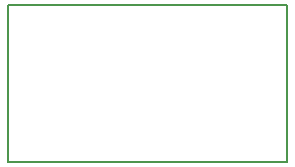
<source format=gko>
G04 Layer_Color=16711935*
%FSLAX24Y24*%
%MOIN*%
G70*
G01*
G75*
%ADD32C,0.0059*%
D32*
X19250Y10000D02*
X19300D01*
Y15250D01*
X10000D02*
X19300D01*
X10000Y10000D02*
Y15250D01*
Y10000D02*
X19250D01*
M02*

</source>
